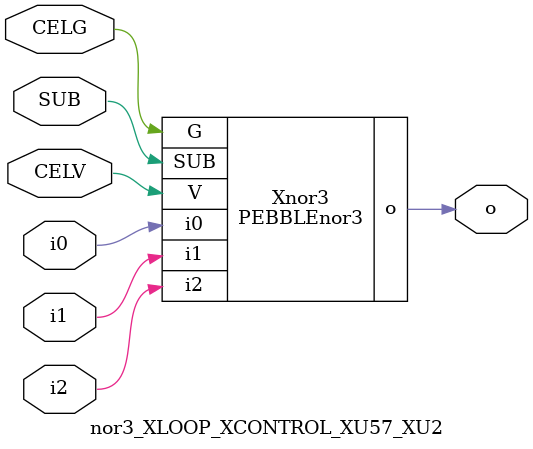
<source format=v>



module PEBBLEnor3 ( o, G, SUB, V, i0, i1, i2 );

  input i0;
  input V;
  input i2;
  input i1;
  input G;
  output o;
  input SUB;
endmodule

//Celera Confidential Do Not Copy nor3_XLOOP_XCONTROL_XU57_XU2
//Celera Confidential Symbol Generator
//NOR3
module nor3_XLOOP_XCONTROL_XU57_XU2 (CELV,CELG,i0,i1,i2,o,SUB);
input CELV;
input CELG;
input i0;
input i1;
input i2;
input SUB;
output o;

//Celera Confidential Do Not Copy nor3
PEBBLEnor3 Xnor3(
.V (CELV),
.i0 (i0),
.i1 (i1),
.i2 (i2),
.o (o),
.SUB (SUB),
.G (CELG)
);
//,diesize,PEBBLEnor3

//Celera Confidential Do Not Copy Module End
//Celera Schematic Generator
endmodule

</source>
